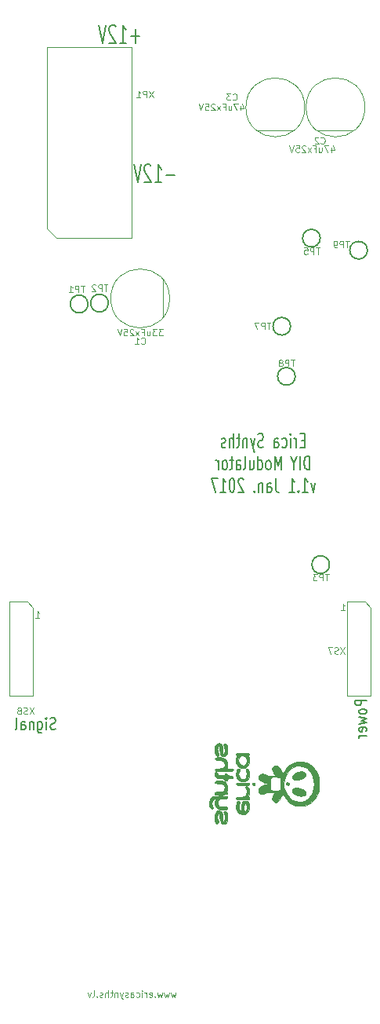
<source format=gbo>
G04 #@! TF.FileFunction,Legend,Bot*
%FSLAX46Y46*%
G04 Gerber Fmt 4.6, Leading zero omitted, Abs format (unit mm)*
G04 Created by KiCad (PCBNEW (2016-08-20 BZR 7083)-product) date Mon Jan  2 06:37:45 2017*
%MOMM*%
%LPD*%
G01*
G04 APERTURE LIST*
%ADD10C,0.100000*%
%ADD11C,0.200000*%
%ADD12C,0.150000*%
G04 APERTURE END LIST*
D10*
D11*
X4942857Y30414286D02*
X4800000Y30357143D01*
X4561904Y30357143D01*
X4466666Y30414286D01*
X4419047Y30471429D01*
X4371428Y30585715D01*
X4371428Y30700000D01*
X4419047Y30814286D01*
X4466666Y30871429D01*
X4561904Y30928572D01*
X4752380Y30985715D01*
X4847619Y31042858D01*
X4895238Y31100000D01*
X4942857Y31214286D01*
X4942857Y31328572D01*
X4895238Y31442858D01*
X4847619Y31500000D01*
X4752380Y31557143D01*
X4514285Y31557143D01*
X4371428Y31500000D01*
X3942857Y30357143D02*
X3942857Y31157143D01*
X3942857Y31557143D02*
X3990476Y31500000D01*
X3942857Y31442858D01*
X3895238Y31500000D01*
X3942857Y31557143D01*
X3942857Y31442858D01*
X3038095Y31157143D02*
X3038095Y30185715D01*
X3085714Y30071429D01*
X3133333Y30014286D01*
X3228571Y29957143D01*
X3371428Y29957143D01*
X3466666Y30014286D01*
X3038095Y30414286D02*
X3133333Y30357143D01*
X3323809Y30357143D01*
X3419047Y30414286D01*
X3466666Y30471429D01*
X3514285Y30585715D01*
X3514285Y30928572D01*
X3466666Y31042858D01*
X3419047Y31100000D01*
X3323809Y31157143D01*
X3133333Y31157143D01*
X3038095Y31100000D01*
X2561904Y31157143D02*
X2561904Y30357143D01*
X2561904Y31042858D02*
X2514285Y31100000D01*
X2419047Y31157143D01*
X2276190Y31157143D01*
X2180952Y31100000D01*
X2133333Y30985715D01*
X2133333Y30357143D01*
X1228571Y30357143D02*
X1228571Y30985715D01*
X1276190Y31100000D01*
X1371428Y31157143D01*
X1561904Y31157143D01*
X1657142Y31100000D01*
X1228571Y30414286D02*
X1323809Y30357143D01*
X1561904Y30357143D01*
X1657142Y30414286D01*
X1704761Y30528572D01*
X1704761Y30642858D01*
X1657142Y30757143D01*
X1561904Y30814286D01*
X1323809Y30814286D01*
X1228571Y30871429D01*
X609523Y30357143D02*
X704761Y30414286D01*
X752380Y30528572D01*
X752380Y31557143D01*
X38542857Y33476191D02*
X37342857Y33476191D01*
X37342857Y33095239D01*
X37400000Y33000000D01*
X37457142Y32952381D01*
X37571428Y32904762D01*
X37742857Y32904762D01*
X37857142Y32952381D01*
X37914285Y33000000D01*
X37971428Y33095239D01*
X37971428Y33476191D01*
X38542857Y32333334D02*
X38485714Y32428572D01*
X38428571Y32476191D01*
X38314285Y32523810D01*
X37971428Y32523810D01*
X37857142Y32476191D01*
X37800000Y32428572D01*
X37742857Y32333334D01*
X37742857Y32190477D01*
X37800000Y32095239D01*
X37857142Y32047620D01*
X37971428Y32000000D01*
X38314285Y32000000D01*
X38428571Y32047620D01*
X38485714Y32095239D01*
X38542857Y32190477D01*
X38542857Y32333334D01*
X37742857Y31666667D02*
X38542857Y31476191D01*
X37971428Y31285715D01*
X38542857Y31095239D01*
X37742857Y30904762D01*
X38485714Y30142858D02*
X38542857Y30238096D01*
X38542857Y30428572D01*
X38485714Y30523810D01*
X38371428Y30571429D01*
X37914285Y30571429D01*
X37800000Y30523810D01*
X37742857Y30428572D01*
X37742857Y30238096D01*
X37800000Y30142858D01*
X37914285Y30095239D01*
X38028571Y30095239D01*
X38142857Y30571429D01*
X38542857Y29666667D02*
X37742857Y29666667D01*
X37971428Y29666667D02*
X37857142Y29619048D01*
X37800000Y29571429D01*
X37742857Y29476191D01*
X37742857Y29380953D01*
D10*
X35800000Y43183334D02*
X36200000Y43183334D01*
X36000000Y43183334D02*
X36000000Y43883334D01*
X36066666Y43783334D01*
X36133333Y43716667D01*
X36200000Y43683334D01*
X2800000Y42383334D02*
X3200000Y42383334D01*
X3000000Y42383334D02*
X3000000Y43083334D01*
X3066666Y42983334D01*
X3133333Y42916667D01*
X3200000Y42883334D01*
X17950000Y1950000D02*
X17816666Y1483334D01*
X17683333Y1816667D01*
X17550000Y1483334D01*
X17416666Y1950000D01*
X17216666Y1950000D02*
X17083333Y1483334D01*
X16950000Y1816667D01*
X16816666Y1483334D01*
X16683333Y1950000D01*
X16483333Y1950000D02*
X16350000Y1483334D01*
X16216666Y1816667D01*
X16083333Y1483334D01*
X15950000Y1950000D01*
X15683333Y1550000D02*
X15650000Y1516667D01*
X15683333Y1483334D01*
X15716666Y1516667D01*
X15683333Y1550000D01*
X15683333Y1483334D01*
X15083333Y1516667D02*
X15150000Y1483334D01*
X15283333Y1483334D01*
X15350000Y1516667D01*
X15383333Y1583334D01*
X15383333Y1850000D01*
X15350000Y1916667D01*
X15283333Y1950000D01*
X15150000Y1950000D01*
X15083333Y1916667D01*
X15050000Y1850000D01*
X15050000Y1783334D01*
X15383333Y1716667D01*
X14750000Y1483334D02*
X14750000Y1950000D01*
X14750000Y1816667D02*
X14716666Y1883334D01*
X14683333Y1916667D01*
X14616666Y1950000D01*
X14550000Y1950000D01*
X14316666Y1483334D02*
X14316666Y1950000D01*
X14316666Y2183334D02*
X14350000Y2150000D01*
X14316666Y2116667D01*
X14283333Y2150000D01*
X14316666Y2183334D01*
X14316666Y2116667D01*
X13683333Y1516667D02*
X13750000Y1483334D01*
X13883333Y1483334D01*
X13950000Y1516667D01*
X13983333Y1550000D01*
X14016666Y1616667D01*
X14016666Y1816667D01*
X13983333Y1883334D01*
X13950000Y1916667D01*
X13883333Y1950000D01*
X13750000Y1950000D01*
X13683333Y1916667D01*
X13083333Y1483334D02*
X13083333Y1850000D01*
X13116666Y1916667D01*
X13183333Y1950000D01*
X13316666Y1950000D01*
X13383333Y1916667D01*
X13083333Y1516667D02*
X13150000Y1483334D01*
X13316666Y1483334D01*
X13383333Y1516667D01*
X13416666Y1583334D01*
X13416666Y1650000D01*
X13383333Y1716667D01*
X13316666Y1750000D01*
X13150000Y1750000D01*
X13083333Y1783334D01*
X12783333Y1516667D02*
X12716666Y1483334D01*
X12583333Y1483334D01*
X12516666Y1516667D01*
X12483333Y1583334D01*
X12483333Y1616667D01*
X12516666Y1683334D01*
X12583333Y1716667D01*
X12683333Y1716667D01*
X12750000Y1750000D01*
X12783333Y1816667D01*
X12783333Y1850000D01*
X12750000Y1916667D01*
X12683333Y1950000D01*
X12583333Y1950000D01*
X12516666Y1916667D01*
X12250000Y1950000D02*
X12083333Y1483334D01*
X11916666Y1950000D02*
X12083333Y1483334D01*
X12150000Y1316667D01*
X12183333Y1283334D01*
X12250000Y1250000D01*
X11650000Y1950000D02*
X11650000Y1483334D01*
X11650000Y1883334D02*
X11616666Y1916667D01*
X11550000Y1950000D01*
X11450000Y1950000D01*
X11383333Y1916667D01*
X11350000Y1850000D01*
X11350000Y1483334D01*
X11116666Y1950000D02*
X10850000Y1950000D01*
X11016666Y2183334D02*
X11016666Y1583334D01*
X10983333Y1516667D01*
X10916666Y1483334D01*
X10850000Y1483334D01*
X10616666Y1483334D02*
X10616666Y2183334D01*
X10316666Y1483334D02*
X10316666Y1850000D01*
X10350000Y1916667D01*
X10416666Y1950000D01*
X10516666Y1950000D01*
X10583333Y1916667D01*
X10616666Y1883334D01*
X10016666Y1516667D02*
X9950000Y1483334D01*
X9816666Y1483334D01*
X9750000Y1516667D01*
X9716666Y1583334D01*
X9716666Y1616667D01*
X9750000Y1683334D01*
X9816666Y1716667D01*
X9916666Y1716667D01*
X9983333Y1750000D01*
X10016666Y1816667D01*
X10016666Y1850000D01*
X9983333Y1916667D01*
X9916666Y1950000D01*
X9816666Y1950000D01*
X9750000Y1916667D01*
X9416666Y1550000D02*
X9383333Y1516667D01*
X9416666Y1483334D01*
X9450000Y1516667D01*
X9416666Y1550000D01*
X9416666Y1483334D01*
X8983333Y1483334D02*
X9050000Y1516667D01*
X9083333Y1583334D01*
X9083333Y2183334D01*
X8783333Y1950000D02*
X8616666Y1483334D01*
X8450000Y1950000D01*
D11*
X17814285Y90057143D02*
X16900000Y90057143D01*
X15700000Y89295239D02*
X16385714Y89295239D01*
X16042857Y89295239D02*
X16042857Y91295239D01*
X16157142Y91009524D01*
X16271428Y90819048D01*
X16385714Y90723810D01*
X15242857Y91104762D02*
X15185714Y91200000D01*
X15071428Y91295239D01*
X14785714Y91295239D01*
X14671428Y91200000D01*
X14614285Y91104762D01*
X14557142Y90914286D01*
X14557142Y90723810D01*
X14614285Y90438096D01*
X15300000Y89295239D01*
X14557142Y89295239D01*
X14214285Y91295239D02*
X13814285Y89295239D01*
X13414285Y91295239D01*
X14014285Y105057143D02*
X13100000Y105057143D01*
X13557142Y104295239D02*
X13557142Y105819048D01*
X11900000Y104295239D02*
X12585714Y104295239D01*
X12242857Y104295239D02*
X12242857Y106295239D01*
X12357142Y106009524D01*
X12471428Y105819048D01*
X12585714Y105723810D01*
X11442857Y106104762D02*
X11385714Y106200000D01*
X11271428Y106295239D01*
X10985714Y106295239D01*
X10871428Y106200000D01*
X10814285Y106104762D01*
X10757142Y105914286D01*
X10757142Y105723810D01*
X10814285Y105438096D01*
X11500000Y104295239D01*
X10757142Y104295239D01*
X10414285Y106295239D02*
X10014285Y104295239D01*
X9614285Y106295239D01*
D12*
X31876190Y61507143D02*
X31542857Y61507143D01*
X31400000Y60721429D02*
X31876190Y60721429D01*
X31876190Y62221429D01*
X31400000Y62221429D01*
X30971428Y60721429D02*
X30971428Y61721429D01*
X30971428Y61435715D02*
X30923809Y61578572D01*
X30876190Y61650000D01*
X30780952Y61721429D01*
X30685714Y61721429D01*
X30352380Y60721429D02*
X30352380Y61721429D01*
X30352380Y62221429D02*
X30400000Y62150000D01*
X30352380Y62078572D01*
X30304761Y62150000D01*
X30352380Y62221429D01*
X30352380Y62078572D01*
X29447619Y60792858D02*
X29542857Y60721429D01*
X29733333Y60721429D01*
X29828571Y60792858D01*
X29876190Y60864286D01*
X29923809Y61007143D01*
X29923809Y61435715D01*
X29876190Y61578572D01*
X29828571Y61650000D01*
X29733333Y61721429D01*
X29542857Y61721429D01*
X29447619Y61650000D01*
X28590476Y60721429D02*
X28590476Y61507143D01*
X28638095Y61650000D01*
X28733333Y61721429D01*
X28923809Y61721429D01*
X29019047Y61650000D01*
X28590476Y60792858D02*
X28685714Y60721429D01*
X28923809Y60721429D01*
X29019047Y60792858D01*
X29066666Y60935715D01*
X29066666Y61078572D01*
X29019047Y61221429D01*
X28923809Y61292858D01*
X28685714Y61292858D01*
X28590476Y61364286D01*
X27400000Y60792858D02*
X27257142Y60721429D01*
X27019047Y60721429D01*
X26923809Y60792858D01*
X26876190Y60864286D01*
X26828571Y61007143D01*
X26828571Y61150000D01*
X26876190Y61292858D01*
X26923809Y61364286D01*
X27019047Y61435715D01*
X27209523Y61507143D01*
X27304761Y61578572D01*
X27352380Y61650000D01*
X27400000Y61792858D01*
X27400000Y61935715D01*
X27352380Y62078572D01*
X27304761Y62150000D01*
X27209523Y62221429D01*
X26971428Y62221429D01*
X26828571Y62150000D01*
X26495238Y61721429D02*
X26257142Y60721429D01*
X26019047Y61721429D02*
X26257142Y60721429D01*
X26352380Y60364286D01*
X26400000Y60292858D01*
X26495238Y60221429D01*
X25638095Y61721429D02*
X25638095Y60721429D01*
X25638095Y61578572D02*
X25590476Y61650000D01*
X25495238Y61721429D01*
X25352380Y61721429D01*
X25257142Y61650000D01*
X25209523Y61507143D01*
X25209523Y60721429D01*
X24876190Y61721429D02*
X24495238Y61721429D01*
X24733333Y62221429D02*
X24733333Y60935715D01*
X24685714Y60792858D01*
X24590476Y60721429D01*
X24495238Y60721429D01*
X24161904Y60721429D02*
X24161904Y62221429D01*
X23733333Y60721429D02*
X23733333Y61507143D01*
X23780952Y61650000D01*
X23876190Y61721429D01*
X24019047Y61721429D01*
X24114285Y61650000D01*
X24161904Y61578572D01*
X23304761Y60792858D02*
X23209523Y60721429D01*
X23019047Y60721429D01*
X22923809Y60792858D01*
X22876190Y60935715D01*
X22876190Y61007143D01*
X22923809Y61150000D01*
X23019047Y61221429D01*
X23161904Y61221429D01*
X23257142Y61292858D01*
X23304761Y61435715D01*
X23304761Y61507143D01*
X23257142Y61650000D01*
X23161904Y61721429D01*
X23019047Y61721429D01*
X22923809Y61650000D01*
X32400000Y58321429D02*
X32400000Y59821429D01*
X32161904Y59821429D01*
X32019047Y59750000D01*
X31923809Y59607143D01*
X31876190Y59464286D01*
X31828571Y59178572D01*
X31828571Y58964286D01*
X31876190Y58678572D01*
X31923809Y58535715D01*
X32019047Y58392858D01*
X32161904Y58321429D01*
X32400000Y58321429D01*
X31400000Y58321429D02*
X31400000Y59821429D01*
X30733333Y59035715D02*
X30733333Y58321429D01*
X31066666Y59821429D02*
X30733333Y59035715D01*
X30400000Y59821429D01*
X29304761Y58321429D02*
X29304761Y59821429D01*
X28971428Y58750000D01*
X28638095Y59821429D01*
X28638095Y58321429D01*
X28019047Y58321429D02*
X28114285Y58392858D01*
X28161904Y58464286D01*
X28209523Y58607143D01*
X28209523Y59035715D01*
X28161904Y59178572D01*
X28114285Y59250000D01*
X28019047Y59321429D01*
X27876190Y59321429D01*
X27780952Y59250000D01*
X27733333Y59178572D01*
X27685714Y59035715D01*
X27685714Y58607143D01*
X27733333Y58464286D01*
X27780952Y58392858D01*
X27876190Y58321429D01*
X28019047Y58321429D01*
X26828571Y58321429D02*
X26828571Y59821429D01*
X26828571Y58392858D02*
X26923809Y58321429D01*
X27114285Y58321429D01*
X27209523Y58392858D01*
X27257142Y58464286D01*
X27304761Y58607143D01*
X27304761Y59035715D01*
X27257142Y59178572D01*
X27209523Y59250000D01*
X27114285Y59321429D01*
X26923809Y59321429D01*
X26828571Y59250000D01*
X25923809Y59321429D02*
X25923809Y58321429D01*
X26352380Y59321429D02*
X26352380Y58535715D01*
X26304761Y58392858D01*
X26209523Y58321429D01*
X26066666Y58321429D01*
X25971428Y58392858D01*
X25923809Y58464286D01*
X25304761Y58321429D02*
X25400000Y58392858D01*
X25447619Y58535715D01*
X25447619Y59821429D01*
X24495238Y58321429D02*
X24495238Y59107143D01*
X24542857Y59250000D01*
X24638095Y59321429D01*
X24828571Y59321429D01*
X24923809Y59250000D01*
X24495238Y58392858D02*
X24590476Y58321429D01*
X24828571Y58321429D01*
X24923809Y58392858D01*
X24971428Y58535715D01*
X24971428Y58678572D01*
X24923809Y58821429D01*
X24828571Y58892858D01*
X24590476Y58892858D01*
X24495238Y58964286D01*
X24161904Y59321429D02*
X23780952Y59321429D01*
X24019047Y59821429D02*
X24019047Y58535715D01*
X23971428Y58392858D01*
X23876190Y58321429D01*
X23780952Y58321429D01*
X23304761Y58321429D02*
X23400000Y58392858D01*
X23447619Y58464286D01*
X23495238Y58607143D01*
X23495238Y59035715D01*
X23447619Y59178572D01*
X23400000Y59250000D01*
X23304761Y59321429D01*
X23161904Y59321429D01*
X23066666Y59250000D01*
X23019047Y59178572D01*
X22971428Y59035715D01*
X22971428Y58607143D01*
X23019047Y58464286D01*
X23066666Y58392858D01*
X23161904Y58321429D01*
X23304761Y58321429D01*
X22542857Y58321429D02*
X22542857Y59321429D01*
X22542857Y59035715D02*
X22495238Y59178572D01*
X22447619Y59250000D01*
X22352380Y59321429D01*
X22257142Y59321429D01*
X33019047Y56921429D02*
X32780952Y55921429D01*
X32542857Y56921429D01*
X31638095Y55921429D02*
X32209523Y55921429D01*
X31923809Y55921429D02*
X31923809Y57421429D01*
X32019047Y57207143D01*
X32114285Y57064286D01*
X32209523Y56992858D01*
X31209523Y56064286D02*
X31161904Y55992858D01*
X31209523Y55921429D01*
X31257142Y55992858D01*
X31209523Y56064286D01*
X31209523Y55921429D01*
X30209523Y55921429D02*
X30780952Y55921429D01*
X30495238Y55921429D02*
X30495238Y57421429D01*
X30590476Y57207143D01*
X30685714Y57064286D01*
X30780952Y56992858D01*
X28733333Y57421429D02*
X28733333Y56350000D01*
X28780952Y56135715D01*
X28876190Y55992858D01*
X29019047Y55921429D01*
X29114285Y55921429D01*
X27828571Y55921429D02*
X27828571Y56707143D01*
X27876190Y56850000D01*
X27971428Y56921429D01*
X28161904Y56921429D01*
X28257142Y56850000D01*
X27828571Y55992858D02*
X27923809Y55921429D01*
X28161904Y55921429D01*
X28257142Y55992858D01*
X28304761Y56135715D01*
X28304761Y56278572D01*
X28257142Y56421429D01*
X28161904Y56492858D01*
X27923809Y56492858D01*
X27828571Y56564286D01*
X27352380Y56921429D02*
X27352380Y55921429D01*
X27352380Y56778572D02*
X27304761Y56850000D01*
X27209523Y56921429D01*
X27066666Y56921429D01*
X26971428Y56850000D01*
X26923809Y56707143D01*
X26923809Y55921429D01*
X26447619Y56064286D02*
X26400000Y55992858D01*
X26447619Y55921429D01*
X26495238Y55992858D01*
X26447619Y56064286D01*
X26447619Y55921429D01*
X25257142Y57278572D02*
X25209523Y57350000D01*
X25114285Y57421429D01*
X24876190Y57421429D01*
X24780952Y57350000D01*
X24733333Y57278572D01*
X24685714Y57135715D01*
X24685714Y56992858D01*
X24733333Y56778572D01*
X25304761Y55921429D01*
X24685714Y55921429D01*
X24066666Y57421429D02*
X23971428Y57421429D01*
X23876190Y57350000D01*
X23828571Y57278572D01*
X23780952Y57135715D01*
X23733333Y56850000D01*
X23733333Y56492858D01*
X23780952Y56207143D01*
X23828571Y56064286D01*
X23876190Y55992858D01*
X23971428Y55921429D01*
X24066666Y55921429D01*
X24161904Y55992858D01*
X24209523Y56064286D01*
X24257142Y56207143D01*
X24304761Y56492858D01*
X24304761Y56850000D01*
X24257142Y57135715D01*
X24209523Y57278572D01*
X24161904Y57350000D01*
X24066666Y57421429D01*
X22780952Y55921429D02*
X23352380Y55921429D01*
X23066666Y55921429D02*
X23066666Y57421429D01*
X23161904Y57207143D01*
X23257142Y57064286D01*
X23352380Y56992858D01*
X22447619Y57421429D02*
X21780952Y57421429D01*
X22209523Y55921429D01*
D10*
G36*
X22873353Y23167218D02*
X22703799Y23165400D01*
X22400886Y23156789D01*
X22180944Y23141861D01*
X22025429Y23118401D01*
X21915795Y23084192D01*
X21880751Y23067067D01*
X21719142Y22925096D01*
X21602781Y22716068D01*
X21540846Y22467910D01*
X21542517Y22208549D01*
X21564144Y22103906D01*
X21637983Y21927716D01*
X21737637Y21813744D01*
X21846498Y21778721D01*
X21879254Y21786410D01*
X21943717Y21832030D01*
X21956413Y21913507D01*
X21917482Y22051822D01*
X21881633Y22141853D01*
X21831146Y22302882D01*
X21836654Y22446384D01*
X21856466Y22523031D01*
X21925683Y22692123D01*
X22024488Y22791903D01*
X22151671Y22845688D01*
X22225415Y22861524D01*
X22241343Y22828718D01*
X22210023Y22724397D01*
X22209030Y22721547D01*
X22170459Y22509759D01*
X22182511Y22278460D01*
X22239427Y22067454D01*
X22323803Y21928277D01*
X22439707Y21817583D01*
X22555741Y21747431D01*
X22703226Y21705673D01*
X22913484Y21680163D01*
X22976596Y21675122D01*
X23247405Y21671375D01*
X23431332Y21706856D01*
X23525303Y21780700D01*
X23537600Y21833000D01*
X23492567Y21921884D01*
X23355903Y21979912D01*
X23125264Y22007845D01*
X22990014Y22010800D01*
X22784762Y22017267D01*
X22654443Y22040379D01*
X22572992Y22085700D01*
X22554874Y22103700D01*
X22489000Y22240915D01*
X22472327Y22422839D01*
X22503978Y22605781D01*
X22567424Y22728469D01*
X22628921Y22789434D01*
X22709807Y22827773D01*
X22835897Y22850457D01*
X23033011Y22864458D01*
X23079148Y22866645D01*
X23301418Y22881832D01*
X23439166Y22905316D01*
X23509364Y22940790D01*
X23524178Y22963494D01*
X23532381Y23043504D01*
X23480530Y23101634D01*
X23359494Y23140132D01*
X23160145Y23161244D01*
X22873353Y23167218D01*
X22873353Y23167218D01*
X22873353Y23167218D01*
G37*
X22873353Y23167218D02*
X22703799Y23165400D01*
X22400886Y23156789D01*
X22180944Y23141861D01*
X22025429Y23118401D01*
X21915795Y23084192D01*
X21880751Y23067067D01*
X21719142Y22925096D01*
X21602781Y22716068D01*
X21540846Y22467910D01*
X21542517Y22208549D01*
X21564144Y22103906D01*
X21637983Y21927716D01*
X21737637Y21813744D01*
X21846498Y21778721D01*
X21879254Y21786410D01*
X21943717Y21832030D01*
X21956413Y21913507D01*
X21917482Y22051822D01*
X21881633Y22141853D01*
X21831146Y22302882D01*
X21836654Y22446384D01*
X21856466Y22523031D01*
X21925683Y22692123D01*
X22024488Y22791903D01*
X22151671Y22845688D01*
X22225415Y22861524D01*
X22241343Y22828718D01*
X22210023Y22724397D01*
X22209030Y22721547D01*
X22170459Y22509759D01*
X22182511Y22278460D01*
X22239427Y22067454D01*
X22323803Y21928277D01*
X22439707Y21817583D01*
X22555741Y21747431D01*
X22703226Y21705673D01*
X22913484Y21680163D01*
X22976596Y21675122D01*
X23247405Y21671375D01*
X23431332Y21706856D01*
X23525303Y21780700D01*
X23537600Y21833000D01*
X23492567Y21921884D01*
X23355903Y21979912D01*
X23125264Y22007845D01*
X22990014Y22010800D01*
X22784762Y22017267D01*
X22654443Y22040379D01*
X22572992Y22085700D01*
X22554874Y22103700D01*
X22489000Y22240915D01*
X22472327Y22422839D01*
X22503978Y22605781D01*
X22567424Y22728469D01*
X22628921Y22789434D01*
X22709807Y22827773D01*
X22835897Y22850457D01*
X23033011Y22864458D01*
X23079148Y22866645D01*
X23301418Y22881832D01*
X23439166Y22905316D01*
X23509364Y22940790D01*
X23524178Y22963494D01*
X23532381Y23043504D01*
X23480530Y23101634D01*
X23359494Y23140132D01*
X23160145Y23161244D01*
X22873353Y23167218D01*
X22873353Y23167218D01*
G36*
X22621686Y21603460D02*
X22444341Y21562360D01*
X22295084Y21441543D01*
X22192140Y21248250D01*
X22140515Y21002828D01*
X22145211Y20725625D01*
X22186904Y20515519D01*
X22262646Y20314120D01*
X22351306Y20194862D01*
X22445506Y20164715D01*
X22515599Y20205026D01*
X22563248Y20287277D01*
X22538054Y20394666D01*
X22534715Y20402103D01*
X22475597Y20581940D01*
X22445455Y20780399D01*
X22443133Y20973081D01*
X22467474Y21135589D01*
X22517321Y21243525D01*
X22576055Y21274200D01*
X22615732Y21247329D01*
X22644497Y21156795D01*
X22665903Y20987715D01*
X22675790Y20856429D01*
X22715048Y20547443D01*
X22788529Y20329111D01*
X22899364Y20195357D01*
X23044812Y20140768D01*
X23232632Y20162398D01*
X23379863Y20271398D01*
X23481024Y20459796D01*
X23530635Y20719620D01*
X23534733Y20853468D01*
X23514999Y21092294D01*
X23466483Y21294058D01*
X23397112Y21445458D01*
X23314808Y21533188D01*
X23227497Y21543946D01*
X23157856Y21486177D01*
X23117173Y21406197D01*
X23126552Y21312814D01*
X23160832Y21221108D01*
X23211308Y21043173D01*
X23231747Y20845643D01*
X23222516Y20661803D01*
X23183980Y20524937D01*
X23152729Y20483586D01*
X23075900Y20450175D01*
X23022798Y20501554D01*
X22991415Y20642651D01*
X22979741Y20878392D01*
X22979578Y20908422D01*
X22954358Y21200948D01*
X22883240Y21418039D01*
X22770818Y21554080D01*
X22621686Y21603460D01*
X22621686Y21603460D01*
X22621686Y21603460D01*
G37*
X22621686Y21603460D02*
X22444341Y21562360D01*
X22295084Y21441543D01*
X22192140Y21248250D01*
X22140515Y21002828D01*
X22145211Y20725625D01*
X22186904Y20515519D01*
X22262646Y20314120D01*
X22351306Y20194862D01*
X22445506Y20164715D01*
X22515599Y20205026D01*
X22563248Y20287277D01*
X22538054Y20394666D01*
X22534715Y20402103D01*
X22475597Y20581940D01*
X22445455Y20780399D01*
X22443133Y20973081D01*
X22467474Y21135589D01*
X22517321Y21243525D01*
X22576055Y21274200D01*
X22615732Y21247329D01*
X22644497Y21156795D01*
X22665903Y20987715D01*
X22675790Y20856429D01*
X22715048Y20547443D01*
X22788529Y20329111D01*
X22899364Y20195357D01*
X23044812Y20140768D01*
X23232632Y20162398D01*
X23379863Y20271398D01*
X23481024Y20459796D01*
X23530635Y20719620D01*
X23534733Y20853468D01*
X23514999Y21092294D01*
X23466483Y21294058D01*
X23397112Y21445458D01*
X23314808Y21533188D01*
X23227497Y21543946D01*
X23157856Y21486177D01*
X23117173Y21406197D01*
X23126552Y21312814D01*
X23160832Y21221108D01*
X23211308Y21043173D01*
X23231747Y20845643D01*
X23222516Y20661803D01*
X23183980Y20524937D01*
X23152729Y20483586D01*
X23075900Y20450175D01*
X23022798Y20501554D01*
X22991415Y20642651D01*
X22979741Y20878392D01*
X22979578Y20908422D01*
X22954358Y21200948D01*
X22883240Y21418039D01*
X22770818Y21554080D01*
X22621686Y21603460D01*
X22621686Y21603460D01*
G36*
X22621686Y28867860D02*
X22444341Y28826760D01*
X22294735Y28705572D01*
X22191782Y28510785D01*
X22141083Y28261737D01*
X22148237Y27977766D01*
X22166639Y27867864D01*
X22229851Y27637520D01*
X22307461Y27500136D01*
X22404468Y27447508D01*
X22423382Y27446400D01*
X22517222Y27473176D01*
X22552602Y27560249D01*
X22531363Y27717734D01*
X22495192Y27841160D01*
X22453482Y28029845D01*
X22443979Y28219463D01*
X22463795Y28384456D01*
X22510042Y28499265D01*
X22574007Y28538600D01*
X22614561Y28513828D01*
X22643481Y28428893D01*
X22664699Y28267869D01*
X22675384Y28127854D01*
X22710924Y27828933D01*
X22775863Y27617646D01*
X22875442Y27482944D01*
X23014023Y27413995D01*
X23190626Y27417354D01*
X23346693Y27507179D01*
X23458300Y27668393D01*
X23471233Y27702114D01*
X23520100Y27910787D01*
X23533485Y28129660D01*
X23516269Y28342506D01*
X23473335Y28533098D01*
X23409563Y28685210D01*
X23329837Y28782614D01*
X23239037Y28809084D01*
X23152983Y28759954D01*
X23102304Y28695020D01*
X23104372Y28625634D01*
X23152030Y28522038D01*
X23207418Y28353032D01*
X23229884Y28150025D01*
X23219134Y27952779D01*
X23174875Y27801057D01*
X23157566Y27773609D01*
X23084056Y27714830D01*
X23029525Y27754524D01*
X22994623Y27891234D01*
X22980001Y28123500D01*
X22979578Y28172822D01*
X22954358Y28465348D01*
X22883240Y28682439D01*
X22770818Y28818480D01*
X22621686Y28867860D01*
X22621686Y28867860D01*
X22621686Y28867860D01*
G37*
X22621686Y28867860D02*
X22444341Y28826760D01*
X22294735Y28705572D01*
X22191782Y28510785D01*
X22141083Y28261737D01*
X22148237Y27977766D01*
X22166639Y27867864D01*
X22229851Y27637520D01*
X22307461Y27500136D01*
X22404468Y27447508D01*
X22423382Y27446400D01*
X22517222Y27473176D01*
X22552602Y27560249D01*
X22531363Y27717734D01*
X22495192Y27841160D01*
X22453482Y28029845D01*
X22443979Y28219463D01*
X22463795Y28384456D01*
X22510042Y28499265D01*
X22574007Y28538600D01*
X22614561Y28513828D01*
X22643481Y28428893D01*
X22664699Y28267869D01*
X22675384Y28127854D01*
X22710924Y27828933D01*
X22775863Y27617646D01*
X22875442Y27482944D01*
X23014023Y27413995D01*
X23190626Y27417354D01*
X23346693Y27507179D01*
X23458300Y27668393D01*
X23471233Y27702114D01*
X23520100Y27910787D01*
X23533485Y28129660D01*
X23516269Y28342506D01*
X23473335Y28533098D01*
X23409563Y28685210D01*
X23329837Y28782614D01*
X23239037Y28809084D01*
X23152983Y28759954D01*
X23102304Y28695020D01*
X23104372Y28625634D01*
X23152030Y28522038D01*
X23207418Y28353032D01*
X23229884Y28150025D01*
X23219134Y27952779D01*
X23174875Y27801057D01*
X23157566Y27773609D01*
X23084056Y27714830D01*
X23029525Y27754524D01*
X22994623Y27891234D01*
X22980001Y28123500D01*
X22979578Y28172822D01*
X22954358Y28465348D01*
X22883240Y28682439D01*
X22770818Y28818480D01*
X22621686Y28867860D01*
X22621686Y28867860D01*
G36*
X22482829Y24803259D02*
X22300841Y24784798D01*
X22200598Y24734348D01*
X22174102Y24649781D01*
X22175403Y24637904D01*
X22191586Y24582243D01*
X22234773Y24546265D01*
X22325801Y24523356D01*
X22485511Y24506899D01*
X22616794Y24497770D01*
X22883589Y24467616D01*
X23064242Y24411093D01*
X23172947Y24317808D01*
X23223897Y24177370D01*
X23232800Y24046751D01*
X23207450Y23860048D01*
X23123669Y23735240D01*
X22969859Y23663777D01*
X22734426Y23637110D01*
X22676176Y23636400D01*
X22440709Y23631260D01*
X22289331Y23611728D01*
X22204864Y23571633D01*
X22170131Y23504807D01*
X22166000Y23453164D01*
X22166000Y23331600D01*
X22827995Y23331600D01*
X23107121Y23333540D01*
X23300277Y23340514D01*
X23423037Y23354254D01*
X23490976Y23376490D01*
X23519478Y23408446D01*
X23515543Y23509539D01*
X23488959Y23557599D01*
X23455478Y23651712D01*
X23483275Y23731413D01*
X23530462Y23901416D01*
X23531260Y24113651D01*
X23488658Y24321551D01*
X23438236Y24433739D01*
X23301124Y24605592D01*
X23126064Y24715796D01*
X22889069Y24776915D01*
X22754559Y24791854D01*
X22482829Y24803259D01*
X22482829Y24803259D01*
X22482829Y24803259D01*
G37*
X22482829Y24803259D02*
X22300841Y24784798D01*
X22200598Y24734348D01*
X22174102Y24649781D01*
X22175403Y24637904D01*
X22191586Y24582243D01*
X22234773Y24546265D01*
X22325801Y24523356D01*
X22485511Y24506899D01*
X22616794Y24497770D01*
X22883589Y24467616D01*
X23064242Y24411093D01*
X23172947Y24317808D01*
X23223897Y24177370D01*
X23232800Y24046751D01*
X23207450Y23860048D01*
X23123669Y23735240D01*
X22969859Y23663777D01*
X22734426Y23637110D01*
X22676176Y23636400D01*
X22440709Y23631260D01*
X22289331Y23611728D01*
X22204864Y23571633D01*
X22170131Y23504807D01*
X22166000Y23453164D01*
X22166000Y23331600D01*
X22827995Y23331600D01*
X23107121Y23333540D01*
X23300277Y23340514D01*
X23423037Y23354254D01*
X23490976Y23376490D01*
X23519478Y23408446D01*
X23515543Y23509539D01*
X23488959Y23557599D01*
X23455478Y23651712D01*
X23483275Y23731413D01*
X23530462Y23901416D01*
X23531260Y24113651D01*
X23488658Y24321551D01*
X23438236Y24433739D01*
X23301124Y24605592D01*
X23126064Y24715796D01*
X22889069Y24776915D01*
X22754559Y24791854D01*
X22482829Y24803259D01*
X22482829Y24803259D01*
G36*
X22343561Y25744012D02*
X22248639Y25740041D01*
X22187297Y25668047D01*
X22165348Y25537902D01*
X22181853Y25384705D01*
X22235874Y25243556D01*
X22262960Y25204127D01*
X22324791Y25143025D01*
X22407014Y25103675D01*
X22535044Y25078986D01*
X22734296Y25061864D01*
X22783660Y25058800D01*
X22994122Y25043135D01*
X23120868Y25023981D01*
X23181779Y24996655D01*
X23194731Y24956471D01*
X23194030Y24951276D01*
X23219834Y24847784D01*
X23306483Y24782418D01*
X23401191Y24782818D01*
X23472212Y24853235D01*
X23496530Y24923395D01*
X23518513Y24986496D01*
X23578196Y25024418D01*
X23699999Y25047491D01*
X23816554Y25058800D01*
X23993331Y25079630D01*
X24091440Y25110504D01*
X24133802Y25160014D01*
X24139052Y25179712D01*
X24128072Y25273854D01*
X24044823Y25331995D01*
X23878718Y25359210D01*
X23757034Y25362822D01*
X23600704Y25368284D01*
X23518915Y25390855D01*
X23484790Y25441604D01*
X23477634Y25477900D01*
X23429873Y25575273D01*
X23346874Y25613501D01*
X23265559Y25588447D01*
X23224029Y25506318D01*
X23207882Y25444810D01*
X23165873Y25409636D01*
X23074865Y25393501D01*
X22911720Y25389116D01*
X22851800Y25389000D01*
X22665770Y25390860D01*
X22558169Y25402098D01*
X22505831Y25431198D01*
X22485589Y25486643D01*
X22480485Y25524982D01*
X22433158Y25669441D01*
X22343561Y25744012D01*
X22343561Y25744012D01*
X22343561Y25744012D01*
G37*
X22343561Y25744012D02*
X22248639Y25740041D01*
X22187297Y25668047D01*
X22165348Y25537902D01*
X22181853Y25384705D01*
X22235874Y25243556D01*
X22262960Y25204127D01*
X22324791Y25143025D01*
X22407014Y25103675D01*
X22535044Y25078986D01*
X22734296Y25061864D01*
X22783660Y25058800D01*
X22994122Y25043135D01*
X23120868Y25023981D01*
X23181779Y24996655D01*
X23194731Y24956471D01*
X23194030Y24951276D01*
X23219834Y24847784D01*
X23306483Y24782418D01*
X23401191Y24782818D01*
X23472212Y24853235D01*
X23496530Y24923395D01*
X23518513Y24986496D01*
X23578196Y25024418D01*
X23699999Y25047491D01*
X23816554Y25058800D01*
X23993331Y25079630D01*
X24091440Y25110504D01*
X24133802Y25160014D01*
X24139052Y25179712D01*
X24128072Y25273854D01*
X24044823Y25331995D01*
X23878718Y25359210D01*
X23757034Y25362822D01*
X23600704Y25368284D01*
X23518915Y25390855D01*
X23484790Y25441604D01*
X23477634Y25477900D01*
X23429873Y25575273D01*
X23346874Y25613501D01*
X23265559Y25588447D01*
X23224029Y25506318D01*
X23207882Y25444810D01*
X23165873Y25409636D01*
X23074865Y25393501D01*
X22911720Y25389116D01*
X22851800Y25389000D01*
X22665770Y25390860D01*
X22558169Y25402098D01*
X22505831Y25431198D01*
X22485589Y25486643D01*
X22480485Y25524982D01*
X22433158Y25669441D01*
X22343561Y25744012D01*
X22343561Y25744012D01*
G36*
X22463459Y27323494D02*
X22286294Y27293866D01*
X22190098Y27229060D01*
X22166000Y27145737D01*
X22192366Y27073334D01*
X22280015Y27025680D01*
X22441779Y26999115D01*
X22690487Y26989976D01*
X22712100Y26989893D01*
X22955294Y26969736D01*
X23115272Y26904469D01*
X23203815Y26785008D01*
X23232706Y26602270D01*
X23232800Y26588427D01*
X23214480Y26405575D01*
X23149877Y26278431D01*
X23024530Y26196181D01*
X22823976Y26148012D01*
X22616794Y26127829D01*
X22407570Y26111880D01*
X22279180Y26093118D01*
X22210920Y26065179D01*
X22182086Y26021699D01*
X22176015Y25992365D01*
X22197937Y25888932D01*
X22243669Y25852665D01*
X22320870Y25841863D01*
X22480442Y25832628D01*
X22703160Y25825637D01*
X22969798Y25821563D01*
X23151046Y25820800D01*
X23510880Y25824253D01*
X23779356Y25836125D01*
X23966529Y25858685D01*
X24082453Y25894202D01*
X24137185Y25944944D01*
X24140779Y26013181D01*
X24131649Y26042053D01*
X24091153Y26089090D01*
X24000554Y26115100D01*
X23838040Y26125017D01*
X23762360Y26125600D01*
X23583521Y26128264D01*
X23487075Y26140075D01*
X23453874Y26166756D01*
X23464767Y26214032D01*
X23464976Y26214500D01*
X23515911Y26413995D01*
X23520971Y26646909D01*
X23481168Y26861598D01*
X23450858Y26934788D01*
X23335816Y27108734D01*
X23192579Y27222561D01*
X22997421Y27288956D01*
X22729612Y27320430D01*
X22463459Y27323494D01*
X22463459Y27323494D01*
X22463459Y27323494D01*
G37*
X22463459Y27323494D02*
X22286294Y27293866D01*
X22190098Y27229060D01*
X22166000Y27145737D01*
X22192366Y27073334D01*
X22280015Y27025680D01*
X22441779Y26999115D01*
X22690487Y26989976D01*
X22712100Y26989893D01*
X22955294Y26969736D01*
X23115272Y26904469D01*
X23203815Y26785008D01*
X23232706Y26602270D01*
X23232800Y26588427D01*
X23214480Y26405575D01*
X23149877Y26278431D01*
X23024530Y26196181D01*
X22823976Y26148012D01*
X22616794Y26127829D01*
X22407570Y26111880D01*
X22279180Y26093118D01*
X22210920Y26065179D01*
X22182086Y26021699D01*
X22176015Y25992365D01*
X22197937Y25888932D01*
X22243669Y25852665D01*
X22320870Y25841863D01*
X22480442Y25832628D01*
X22703160Y25825637D01*
X22969798Y25821563D01*
X23151046Y25820800D01*
X23510880Y25824253D01*
X23779356Y25836125D01*
X23966529Y25858685D01*
X24082453Y25894202D01*
X24137185Y25944944D01*
X24140779Y26013181D01*
X24131649Y26042053D01*
X24091153Y26089090D01*
X24000554Y26115100D01*
X23838040Y26125017D01*
X23762360Y26125600D01*
X23583521Y26128264D01*
X23487075Y26140075D01*
X23453874Y26166756D01*
X23464767Y26214032D01*
X23464976Y26214500D01*
X23515911Y26413995D01*
X23520971Y26646909D01*
X23481168Y26861598D01*
X23450858Y26934788D01*
X23335816Y27108734D01*
X23192579Y27222561D01*
X22997421Y27288956D01*
X22729612Y27320430D01*
X22463459Y27323494D01*
X22463459Y27323494D01*
G36*
X25520121Y22649639D02*
X25370767Y22646759D01*
X25222795Y22585647D01*
X25120890Y22469472D01*
X25079969Y22348277D01*
X25392447Y22348277D01*
X25493005Y22345498D01*
X25568017Y22266786D01*
X25613455Y22135504D01*
X25625292Y21975014D01*
X25599501Y21808678D01*
X25532056Y21659860D01*
X25515113Y21636650D01*
X25430422Y21545229D01*
X25366207Y21503116D01*
X25362713Y21502800D01*
X25340874Y21549585D01*
X25324411Y21673950D01*
X25316093Y21851908D01*
X25315600Y21910794D01*
X25320074Y22126896D01*
X25335672Y22260289D01*
X25365659Y22329558D01*
X25392447Y22348277D01*
X25079969Y22348277D01*
X25058558Y22284865D01*
X25029303Y22018459D01*
X25026411Y21938117D01*
X25013083Y21702375D01*
X24985862Y21563350D01*
X24942248Y21516799D01*
X24879742Y21558479D01*
X24836977Y21616601D01*
X24734621Y21858734D01*
X24731933Y22120422D01*
X24779403Y22289944D01*
X24832506Y22465957D01*
X24825031Y22570558D01*
X24754051Y22615993D01*
X24700410Y22620400D01*
X24605726Y22574135D01*
X24531024Y22450802D01*
X24479836Y22273592D01*
X24455696Y22065696D01*
X24462134Y21850304D01*
X24502684Y21650609D01*
X24538864Y21559771D01*
X24681435Y21373619D01*
X24877481Y21253882D01*
X25103569Y21200818D01*
X25336267Y21214682D01*
X25552141Y21295732D01*
X25727759Y21444224D01*
X25794281Y21546020D01*
X25880675Y21783573D01*
X25905372Y22022709D01*
X25875020Y22246156D01*
X25796264Y22436641D01*
X25675749Y22576893D01*
X25520121Y22649639D01*
X25520121Y22649639D01*
X25520121Y22649639D01*
G37*
X25520121Y22649639D02*
X25370767Y22646759D01*
X25222795Y22585647D01*
X25120890Y22469472D01*
X25079969Y22348277D01*
X25392447Y22348277D01*
X25493005Y22345498D01*
X25568017Y22266786D01*
X25613455Y22135504D01*
X25625292Y21975014D01*
X25599501Y21808678D01*
X25532056Y21659860D01*
X25515113Y21636650D01*
X25430422Y21545229D01*
X25366207Y21503116D01*
X25362713Y21502800D01*
X25340874Y21549585D01*
X25324411Y21673950D01*
X25316093Y21851908D01*
X25315600Y21910794D01*
X25320074Y22126896D01*
X25335672Y22260289D01*
X25365659Y22329558D01*
X25392447Y22348277D01*
X25079969Y22348277D01*
X25058558Y22284865D01*
X25029303Y22018459D01*
X25026411Y21938117D01*
X25013083Y21702375D01*
X24985862Y21563350D01*
X24942248Y21516799D01*
X24879742Y21558479D01*
X24836977Y21616601D01*
X24734621Y21858734D01*
X24731933Y22120422D01*
X24779403Y22289944D01*
X24832506Y22465957D01*
X24825031Y22570558D01*
X24754051Y22615993D01*
X24700410Y22620400D01*
X24605726Y22574135D01*
X24531024Y22450802D01*
X24479836Y22273592D01*
X24455696Y22065696D01*
X24462134Y21850304D01*
X24502684Y21650609D01*
X24538864Y21559771D01*
X24681435Y21373619D01*
X24877481Y21253882D01*
X25103569Y21200818D01*
X25336267Y21214682D01*
X25552141Y21295732D01*
X25727759Y21444224D01*
X25794281Y21546020D01*
X25880675Y21783573D01*
X25905372Y22022709D01*
X25875020Y22246156D01*
X25796264Y22436641D01*
X25675749Y22576893D01*
X25520121Y22649639D01*
X25520121Y22649639D01*
G36*
X25634090Y24235365D02*
X25574541Y24219009D01*
X25538049Y24185419D01*
X25489333Y24121421D01*
X25493125Y24050725D01*
X25539630Y23950038D01*
X25601601Y23758211D01*
X25611565Y23548950D01*
X25574693Y23351213D01*
X25496154Y23193962D01*
X25389525Y23109156D01*
X25296590Y23092165D01*
X25139898Y23080434D01*
X24993946Y23076906D01*
X24806253Y23071634D01*
X24645216Y23058718D01*
X24566300Y23045581D01*
X24477337Y22981934D01*
X24450528Y22882829D01*
X24485867Y22806666D01*
X24546633Y22794103D01*
X24689016Y22783649D01*
X24893040Y22776263D01*
X25138728Y22772904D01*
X25191632Y22772800D01*
X25468090Y22774232D01*
X25659488Y22779896D01*
X25782342Y22791842D01*
X25853167Y22812119D01*
X25888481Y22842777D01*
X25897130Y22860359D01*
X25889033Y22963427D01*
X25847750Y23008596D01*
X25792734Y23085919D01*
X25813686Y23162336D01*
X25884266Y23374542D01*
X25903054Y23617805D01*
X25873345Y23859003D01*
X25798434Y24065016D01*
X25712623Y24178286D01*
X25634090Y24235365D01*
X25634090Y24235365D01*
X25634090Y24235365D01*
G37*
X25634090Y24235365D02*
X25574541Y24219009D01*
X25538049Y24185419D01*
X25489333Y24121421D01*
X25493125Y24050725D01*
X25539630Y23950038D01*
X25601601Y23758211D01*
X25611565Y23548950D01*
X25574693Y23351213D01*
X25496154Y23193962D01*
X25389525Y23109156D01*
X25296590Y23092165D01*
X25139898Y23080434D01*
X24993946Y23076906D01*
X24806253Y23071634D01*
X24645216Y23058718D01*
X24566300Y23045581D01*
X24477337Y22981934D01*
X24450528Y22882829D01*
X24485867Y22806666D01*
X24546633Y22794103D01*
X24689016Y22783649D01*
X24893040Y22776263D01*
X25138728Y22772904D01*
X25191632Y22772800D01*
X25468090Y22774232D01*
X25659488Y22779896D01*
X25782342Y22791842D01*
X25853167Y22812119D01*
X25888481Y22842777D01*
X25897130Y22860359D01*
X25889033Y22963427D01*
X25847750Y23008596D01*
X25792734Y23085919D01*
X25813686Y23162336D01*
X25884266Y23374542D01*
X25903054Y23617805D01*
X25873345Y23859003D01*
X25798434Y24065016D01*
X25712623Y24178286D01*
X25634090Y24235365D01*
X25634090Y24235365D01*
G36*
X25589917Y24594819D02*
X25369225Y24593850D01*
X25169930Y24590294D01*
X24892636Y24583855D01*
X24700726Y24575924D01*
X24577992Y24563714D01*
X24508228Y24544435D01*
X24475225Y24515301D01*
X24462776Y24473522D01*
X24462035Y24468521D01*
X24482538Y24372529D01*
X24563635Y24329515D01*
X24662255Y24316328D01*
X24835003Y24305735D01*
X25054418Y24299081D01*
X25216991Y24297493D01*
X25518682Y24304382D01*
X25728400Y24327813D01*
X25854834Y24370573D01*
X25906677Y24435450D01*
X25896595Y24515434D01*
X25873509Y24551151D01*
X25825644Y24575160D01*
X25736584Y24589152D01*
X25589917Y24594819D01*
X25589917Y24594819D01*
X25589917Y24594819D01*
G37*
X25589917Y24594819D02*
X25369225Y24593850D01*
X25169930Y24590294D01*
X24892636Y24583855D01*
X24700726Y24575924D01*
X24577992Y24563714D01*
X24508228Y24544435D01*
X24475225Y24515301D01*
X24462776Y24473522D01*
X24462035Y24468521D01*
X24482538Y24372529D01*
X24563635Y24329515D01*
X24662255Y24316328D01*
X24835003Y24305735D01*
X25054418Y24299081D01*
X25216991Y24297493D01*
X25518682Y24304382D01*
X25728400Y24327813D01*
X25854834Y24370573D01*
X25906677Y24435450D01*
X25896595Y24515434D01*
X25873509Y24551151D01*
X25825644Y24575160D01*
X25736584Y24589152D01*
X25589917Y24594819D01*
X25589917Y24594819D01*
G36*
X24700410Y26125600D02*
X24605315Y26079466D01*
X24530166Y25957067D01*
X24478512Y25782405D01*
X24453897Y25579482D01*
X24459870Y25372301D01*
X24499978Y25184863D01*
X24546517Y25084200D01*
X24692469Y24890076D01*
X24853491Y24776431D01*
X25060870Y24723445D01*
X25125888Y24717186D01*
X25401065Y24738243D01*
X25620844Y24842107D01*
X25779760Y25023104D01*
X25872349Y25275558D01*
X25895008Y25516000D01*
X25874044Y25755666D01*
X25815801Y25949473D01*
X25728391Y26077301D01*
X25652718Y26117042D01*
X25538118Y26109895D01*
X25495897Y26035841D01*
X25529327Y25902453D01*
X25545532Y25869024D01*
X25599999Y25689142D01*
X25609569Y25477629D01*
X25576939Y25275273D01*
X25504799Y25122861D01*
X25495541Y25111964D01*
X25335789Y24999813D01*
X25156685Y24972830D01*
X24982314Y25024333D01*
X24836762Y25147644D01*
X24748933Y25319025D01*
X24715590Y25465953D01*
X24721186Y25595413D01*
X24768659Y25759425D01*
X24774804Y25776863D01*
X24828234Y25958905D01*
X24827636Y26067632D01*
X24769895Y26117650D01*
X24700410Y26125600D01*
X24700410Y26125600D01*
X24700410Y26125600D01*
G37*
X24700410Y26125600D02*
X24605315Y26079466D01*
X24530166Y25957067D01*
X24478512Y25782405D01*
X24453897Y25579482D01*
X24459870Y25372301D01*
X24499978Y25184863D01*
X24546517Y25084200D01*
X24692469Y24890076D01*
X24853491Y24776431D01*
X25060870Y24723445D01*
X25125888Y24717186D01*
X25401065Y24738243D01*
X25620844Y24842107D01*
X25779760Y25023104D01*
X25872349Y25275558D01*
X25895008Y25516000D01*
X25874044Y25755666D01*
X25815801Y25949473D01*
X25728391Y26077301D01*
X25652718Y26117042D01*
X25538118Y26109895D01*
X25495897Y26035841D01*
X25529327Y25902453D01*
X25545532Y25869024D01*
X25599999Y25689142D01*
X25609569Y25477629D01*
X25576939Y25275273D01*
X25504799Y25122861D01*
X25495541Y25111964D01*
X25335789Y24999813D01*
X25156685Y24972830D01*
X24982314Y25024333D01*
X24836762Y25147644D01*
X24748933Y25319025D01*
X24715590Y25465953D01*
X24721186Y25595413D01*
X24768659Y25759425D01*
X24774804Y25776863D01*
X24828234Y25958905D01*
X24827636Y26067632D01*
X24769895Y26117650D01*
X24700410Y26125600D01*
X24700410Y26125600D01*
G36*
X25270202Y27809824D02*
X25035073Y27808400D01*
X24814329Y27798220D01*
X24631090Y27779318D01*
X24508474Y27751729D01*
X24470123Y27725153D01*
X24474666Y27625353D01*
X24504586Y27571248D01*
X24526790Y27520663D01*
X25226940Y27520663D01*
X25397334Y27463512D01*
X25532094Y27333390D01*
X25554665Y27294000D01*
X25617857Y27086282D01*
X25613185Y26874679D01*
X25550071Y26681836D01*
X25437935Y26530397D01*
X25286198Y26443011D01*
X25195388Y26430400D01*
X24987032Y26473323D01*
X24831435Y26591147D01*
X24736828Y26767446D01*
X24711442Y26985800D01*
X24763507Y27229784D01*
X24777284Y27264669D01*
X24889381Y27420202D01*
X25048444Y27505879D01*
X25226940Y27520663D01*
X24526790Y27520663D01*
X24542701Y27484411D01*
X24511615Y27369273D01*
X24510269Y27366305D01*
X24472197Y27215398D01*
X24457273Y27010408D01*
X24465566Y26796194D01*
X24497144Y26617618D01*
X24509072Y26582826D01*
X24647798Y26365649D01*
X24856089Y26215650D01*
X24973643Y26172726D01*
X25231729Y26143988D01*
X25463846Y26209434D01*
X25645778Y26335595D01*
X25790365Y26524491D01*
X25877642Y26768692D01*
X25902631Y27036415D01*
X25860352Y27295877D01*
X25814016Y27409499D01*
X25802957Y27516171D01*
X25844413Y27576069D01*
X25894537Y27669503D01*
X25892207Y27727270D01*
X25830720Y27761215D01*
X25691144Y27786266D01*
X25496599Y27802457D01*
X25270202Y27809824D01*
X25270202Y27809824D01*
X25270202Y27809824D01*
G37*
X25270202Y27809824D02*
X25035073Y27808400D01*
X24814329Y27798220D01*
X24631090Y27779318D01*
X24508474Y27751729D01*
X24470123Y27725153D01*
X24474666Y27625353D01*
X24504586Y27571248D01*
X24526790Y27520663D01*
X25226940Y27520663D01*
X25397334Y27463512D01*
X25532094Y27333390D01*
X25554665Y27294000D01*
X25617857Y27086282D01*
X25613185Y26874679D01*
X25550071Y26681836D01*
X25437935Y26530397D01*
X25286198Y26443011D01*
X25195388Y26430400D01*
X24987032Y26473323D01*
X24831435Y26591147D01*
X24736828Y26767446D01*
X24711442Y26985800D01*
X24763507Y27229784D01*
X24777284Y27264669D01*
X24889381Y27420202D01*
X25048444Y27505879D01*
X25226940Y27520663D01*
X24526790Y27520663D01*
X24542701Y27484411D01*
X24511615Y27369273D01*
X24510269Y27366305D01*
X24472197Y27215398D01*
X24457273Y27010408D01*
X24465566Y26796194D01*
X24497144Y26617618D01*
X24509072Y26582826D01*
X24647798Y26365649D01*
X24856089Y26215650D01*
X24973643Y26172726D01*
X25231729Y26143988D01*
X25463846Y26209434D01*
X25645778Y26335595D01*
X25790365Y26524491D01*
X25877642Y26768692D01*
X25902631Y27036415D01*
X25860352Y27295877D01*
X25814016Y27409499D01*
X25802957Y27516171D01*
X25844413Y27576069D01*
X25894537Y27669503D01*
X25892207Y27727270D01*
X25830720Y27761215D01*
X25691144Y27786266D01*
X25496599Y27802457D01*
X25270202Y27809824D01*
X25270202Y27809824D01*
G36*
X26328262Y24597689D02*
X26235025Y24558054D01*
X26210036Y24521245D01*
X26183474Y24442918D01*
X26200578Y24398167D01*
X26240160Y24357760D01*
X26343711Y24307177D01*
X26443901Y24330902D01*
X26508110Y24409071D01*
X26504842Y24518961D01*
X26434809Y24584529D01*
X26328262Y24597689D01*
X26328262Y24597689D01*
X26328262Y24597689D01*
G37*
X26328262Y24597689D02*
X26235025Y24558054D01*
X26210036Y24521245D01*
X26183474Y24442918D01*
X26200578Y24398167D01*
X26240160Y24357760D01*
X26343711Y24307177D01*
X26443901Y24330902D01*
X26508110Y24409071D01*
X26504842Y24518961D01*
X26434809Y24584529D01*
X26328262Y24597689D01*
X26328262Y24597689D01*
G36*
X31603810Y26863510D02*
X31164971Y26853688D01*
X31054440Y26836517D01*
X30642098Y26716045D01*
X30274293Y26517571D01*
X30148480Y26409283D01*
X31279063Y26409283D01*
X31613784Y26356680D01*
X31937085Y26236473D01*
X32225283Y26053548D01*
X32342078Y25947088D01*
X32573805Y25638902D01*
X32739732Y25270437D01*
X32837747Y24860576D01*
X32865733Y24428203D01*
X32821577Y23992201D01*
X32703165Y23571455D01*
X32627582Y23397232D01*
X32421709Y23075268D01*
X32160538Y22823859D01*
X31858744Y22646026D01*
X31531000Y22544792D01*
X31191981Y22523177D01*
X30856360Y22584203D01*
X30538811Y22730891D01*
X30301161Y22918225D01*
X29988418Y23282641D01*
X29764787Y23674751D01*
X29632435Y24084802D01*
X29593527Y24503037D01*
X29650230Y24919701D01*
X29778422Y25272074D01*
X29937683Y25549490D01*
X30140432Y25820863D01*
X30363762Y26059989D01*
X30584767Y26240664D01*
X30670083Y26292129D01*
X30956602Y26389395D01*
X31279063Y26409283D01*
X30148480Y26409283D01*
X29965368Y26251679D01*
X29729665Y25928954D01*
X29672724Y25816884D01*
X29604883Y25678464D01*
X29552051Y25587645D01*
X29532211Y25566800D01*
X29496068Y25607695D01*
X29431019Y25712675D01*
X29380946Y25803331D01*
X29274286Y25989342D01*
X29155010Y26176366D01*
X29114015Y26235131D01*
X29011917Y26358577D01*
X28916826Y26415796D01*
X28788234Y26430367D01*
X28778537Y26430400D01*
X28583668Y26388611D01*
X28440683Y26275322D01*
X28369100Y26108649D01*
X28364467Y26046125D01*
X28390804Y25919268D01*
X28457534Y25753173D01*
X28516000Y25643000D01*
X28597752Y25498302D01*
X28652826Y25387676D01*
X28667534Y25344686D01*
X28621097Y25327415D01*
X28496180Y25318801D01*
X28315619Y25319917D01*
X28223900Y25323796D01*
X27941882Y25348487D01*
X27726739Y25392846D01*
X27544530Y25463961D01*
X27538478Y25466949D01*
X27321952Y25544635D01*
X27146087Y25535047D01*
X26994923Y25435270D01*
X26927073Y25355322D01*
X26863371Y25210192D01*
X28646794Y25210192D01*
X28847996Y25207976D01*
X29027920Y25194215D01*
X29155981Y25168641D01*
X29179740Y25158612D01*
X29221192Y25127650D01*
X29249094Y25075271D01*
X29266074Y24983396D01*
X29274762Y24833946D01*
X29277786Y24608843D01*
X29278000Y24482972D01*
X29272639Y24161545D01*
X29256509Y23940376D01*
X29229541Y23818689D01*
X29217040Y23798959D01*
X29141588Y23772345D01*
X28994308Y23752450D01*
X28804805Y23740188D01*
X28602686Y23736472D01*
X28417557Y23742217D01*
X28279024Y23758335D01*
X28240755Y23768835D01*
X28206812Y23796618D01*
X28183738Y23860085D01*
X28169600Y23975479D01*
X28162466Y24159047D01*
X28160405Y24427034D01*
X28160400Y24444475D01*
X28165400Y24769351D01*
X28180506Y24994961D01*
X28205877Y25123151D01*
X28221360Y25150239D01*
X28302892Y25181056D01*
X28454898Y25201130D01*
X28646794Y25210192D01*
X26863371Y25210192D01*
X26853818Y25188429D01*
X26876485Y25023164D01*
X26989548Y24866746D01*
X27187483Y24726391D01*
X27464765Y24609319D01*
X27508688Y24595475D01*
X27699141Y24529419D01*
X27818097Y24471123D01*
X27858086Y24426540D01*
X27811639Y24401625D01*
X27755906Y24398400D01*
X27589286Y24369714D01*
X27384545Y24295847D01*
X27181409Y24195087D01*
X27019604Y24085718D01*
X26968709Y24036041D01*
X26869116Y23886268D01*
X26849329Y23746542D01*
X26890755Y23601620D01*
X26995778Y23460003D01*
X27157900Y23393553D01*
X27363353Y23404633D01*
X27576200Y23484000D01*
X27711482Y23538676D01*
X27871963Y23570468D01*
X28087939Y23584108D01*
X28226791Y23585600D01*
X28678099Y23585600D01*
X28520850Y23306969D01*
X28402220Y23046294D01*
X28369788Y22835396D01*
X28423262Y22670748D01*
X28463908Y22621692D01*
X28624887Y22503981D01*
X28783367Y22479216D01*
X28943336Y22549271D01*
X29108783Y22716020D01*
X29283699Y22981337D01*
X29303400Y23016104D01*
X29399914Y23183409D01*
X29478398Y23309851D01*
X29525676Y23374526D01*
X29532000Y23378766D01*
X29565419Y23336430D01*
X29625679Y23227420D01*
X29681512Y23113617D01*
X29897537Y22767343D01*
X30183990Y22483719D01*
X30526868Y22268879D01*
X30912169Y22128957D01*
X31325890Y22070086D01*
X31754029Y22098401D01*
X31918746Y22133592D01*
X32322779Y22287723D01*
X32676435Y22525958D01*
X32970867Y22839676D01*
X33197232Y23220257D01*
X33296391Y23476151D01*
X33377088Y23819064D01*
X33423593Y24212000D01*
X33434094Y24614926D01*
X33406778Y24987807D01*
X33373232Y25173100D01*
X33221185Y25634363D01*
X33001316Y26031476D01*
X32721636Y26358692D01*
X32390152Y26610267D01*
X32014874Y26780454D01*
X31603810Y26863510D01*
X31603810Y26863510D01*
X31603810Y26863510D01*
G37*
X31603810Y26863510D02*
X31164971Y26853688D01*
X31054440Y26836517D01*
X30642098Y26716045D01*
X30274293Y26517571D01*
X30148480Y26409283D01*
X31279063Y26409283D01*
X31613784Y26356680D01*
X31937085Y26236473D01*
X32225283Y26053548D01*
X32342078Y25947088D01*
X32573805Y25638902D01*
X32739732Y25270437D01*
X32837747Y24860576D01*
X32865733Y24428203D01*
X32821577Y23992201D01*
X32703165Y23571455D01*
X32627582Y23397232D01*
X32421709Y23075268D01*
X32160538Y22823859D01*
X31858744Y22646026D01*
X31531000Y22544792D01*
X31191981Y22523177D01*
X30856360Y22584203D01*
X30538811Y22730891D01*
X30301161Y22918225D01*
X29988418Y23282641D01*
X29764787Y23674751D01*
X29632435Y24084802D01*
X29593527Y24503037D01*
X29650230Y24919701D01*
X29778422Y25272074D01*
X29937683Y25549490D01*
X30140432Y25820863D01*
X30363762Y26059989D01*
X30584767Y26240664D01*
X30670083Y26292129D01*
X30956602Y26389395D01*
X31279063Y26409283D01*
X30148480Y26409283D01*
X29965368Y26251679D01*
X29729665Y25928954D01*
X29672724Y25816884D01*
X29604883Y25678464D01*
X29552051Y25587645D01*
X29532211Y25566800D01*
X29496068Y25607695D01*
X29431019Y25712675D01*
X29380946Y25803331D01*
X29274286Y25989342D01*
X29155010Y26176366D01*
X29114015Y26235131D01*
X29011917Y26358577D01*
X28916826Y26415796D01*
X28788234Y26430367D01*
X28778537Y26430400D01*
X28583668Y26388611D01*
X28440683Y26275322D01*
X28369100Y26108649D01*
X28364467Y26046125D01*
X28390804Y25919268D01*
X28457534Y25753173D01*
X28516000Y25643000D01*
X28597752Y25498302D01*
X28652826Y25387676D01*
X28667534Y25344686D01*
X28621097Y25327415D01*
X28496180Y25318801D01*
X28315619Y25319917D01*
X28223900Y25323796D01*
X27941882Y25348487D01*
X27726739Y25392846D01*
X27544530Y25463961D01*
X27538478Y25466949D01*
X27321952Y25544635D01*
X27146087Y25535047D01*
X26994923Y25435270D01*
X26927073Y25355322D01*
X26863371Y25210192D01*
X28646794Y25210192D01*
X28847996Y25207976D01*
X29027920Y25194215D01*
X29155981Y25168641D01*
X29179740Y25158612D01*
X29221192Y25127650D01*
X29249094Y25075271D01*
X29266074Y24983396D01*
X29274762Y24833946D01*
X29277786Y24608843D01*
X29278000Y24482972D01*
X29272639Y24161545D01*
X29256509Y23940376D01*
X29229541Y23818689D01*
X29217040Y23798959D01*
X29141588Y23772345D01*
X28994308Y23752450D01*
X28804805Y23740188D01*
X28602686Y23736472D01*
X28417557Y23742217D01*
X28279024Y23758335D01*
X28240755Y23768835D01*
X28206812Y23796618D01*
X28183738Y23860085D01*
X28169600Y23975479D01*
X28162466Y24159047D01*
X28160405Y24427034D01*
X28160400Y24444475D01*
X28165400Y24769351D01*
X28180506Y24994961D01*
X28205877Y25123151D01*
X28221360Y25150239D01*
X28302892Y25181056D01*
X28454898Y25201130D01*
X28646794Y25210192D01*
X26863371Y25210192D01*
X26853818Y25188429D01*
X26876485Y25023164D01*
X26989548Y24866746D01*
X27187483Y24726391D01*
X27464765Y24609319D01*
X27508688Y24595475D01*
X27699141Y24529419D01*
X27818097Y24471123D01*
X27858086Y24426540D01*
X27811639Y24401625D01*
X27755906Y24398400D01*
X27589286Y24369714D01*
X27384545Y24295847D01*
X27181409Y24195087D01*
X27019604Y24085718D01*
X26968709Y24036041D01*
X26869116Y23886268D01*
X26849329Y23746542D01*
X26890755Y23601620D01*
X26995778Y23460003D01*
X27157900Y23393553D01*
X27363353Y23404633D01*
X27576200Y23484000D01*
X27711482Y23538676D01*
X27871963Y23570468D01*
X28087939Y23584108D01*
X28226791Y23585600D01*
X28678099Y23585600D01*
X28520850Y23306969D01*
X28402220Y23046294D01*
X28369788Y22835396D01*
X28423262Y22670748D01*
X28463908Y22621692D01*
X28624887Y22503981D01*
X28783367Y22479216D01*
X28943336Y22549271D01*
X29108783Y22716020D01*
X29283699Y22981337D01*
X29303400Y23016104D01*
X29399914Y23183409D01*
X29478398Y23309851D01*
X29525676Y23374526D01*
X29532000Y23378766D01*
X29565419Y23336430D01*
X29625679Y23227420D01*
X29681512Y23113617D01*
X29897537Y22767343D01*
X30183990Y22483719D01*
X30526868Y22268879D01*
X30912169Y22128957D01*
X31325890Y22070086D01*
X31754029Y22098401D01*
X31918746Y22133592D01*
X32322779Y22287723D01*
X32676435Y22525958D01*
X32970867Y22839676D01*
X33197232Y23220257D01*
X33296391Y23476151D01*
X33377088Y23819064D01*
X33423593Y24212000D01*
X33434094Y24614926D01*
X33406778Y24987807D01*
X33373232Y25173100D01*
X33221185Y25634363D01*
X33001316Y26031476D01*
X32721636Y26358692D01*
X32390152Y26610267D01*
X32014874Y26780454D01*
X31603810Y26863510D01*
X31603810Y26863510D01*
G36*
X29995116Y24626580D02*
X29962791Y24619583D01*
X29878765Y24543573D01*
X29876683Y24430832D01*
X29909144Y24369683D01*
X30001206Y24310758D01*
X30102686Y24334426D01*
X30176407Y24429993D01*
X30166443Y24521640D01*
X30093624Y24598163D01*
X29995116Y24626580D01*
X29995116Y24626580D01*
X29995116Y24626580D01*
G37*
X29995116Y24626580D02*
X29962791Y24619583D01*
X29878765Y24543573D01*
X29876683Y24430832D01*
X29909144Y24369683D01*
X30001206Y24310758D01*
X30102686Y24334426D01*
X30176407Y24429993D01*
X30166443Y24521640D01*
X30093624Y24598163D01*
X29995116Y24626580D01*
X29995116Y24626580D01*
G36*
X30869528Y24051019D02*
X30666707Y23995692D01*
X30626360Y23972686D01*
X30517743Y23850850D01*
X30496641Y23698423D01*
X30562197Y23534944D01*
X30650010Y23432817D01*
X30886780Y23270678D01*
X31167506Y23170010D01*
X31460234Y23137341D01*
X31733014Y23179203D01*
X31789337Y23199962D01*
X31941779Y23299715D01*
X31998627Y23433247D01*
X31960878Y23603384D01*
X31944005Y23638325D01*
X31815340Y23788851D01*
X31615277Y23912561D01*
X31372097Y24002277D01*
X31114086Y24050822D01*
X30869528Y24051019D01*
X30869528Y24051019D01*
X30869528Y24051019D01*
G37*
X30869528Y24051019D02*
X30666707Y23995692D01*
X30626360Y23972686D01*
X30517743Y23850850D01*
X30496641Y23698423D01*
X30562197Y23534944D01*
X30650010Y23432817D01*
X30886780Y23270678D01*
X31167506Y23170010D01*
X31460234Y23137341D01*
X31733014Y23179203D01*
X31789337Y23199962D01*
X31941779Y23299715D01*
X31998627Y23433247D01*
X31960878Y23603384D01*
X31944005Y23638325D01*
X31815340Y23788851D01*
X31615277Y23912561D01*
X31372097Y24002277D01*
X31114086Y24050822D01*
X30869528Y24051019D01*
X30869528Y24051019D01*
G36*
X31506460Y25790465D02*
X31146549Y25750162D01*
X30844748Y25630830D01*
X30670643Y25505359D01*
X30538632Y25345099D01*
X30497294Y25184168D01*
X30548745Y25037061D01*
X30594858Y24986168D01*
X30762826Y24897337D01*
X30982160Y24868688D01*
X31228211Y24892987D01*
X31476333Y24963000D01*
X31701880Y25071492D01*
X31880205Y25211231D01*
X31986661Y25374981D01*
X31993671Y25396723D01*
X31983121Y25524943D01*
X31902003Y25648909D01*
X31813692Y25734807D01*
X31715725Y25777185D01*
X31568577Y25790188D01*
X31506460Y25790465D01*
X31506460Y25790465D01*
X31506460Y25790465D01*
G37*
X31506460Y25790465D02*
X31146549Y25750162D01*
X30844748Y25630830D01*
X30670643Y25505359D01*
X30538632Y25345099D01*
X30497294Y25184168D01*
X30548745Y25037061D01*
X30594858Y24986168D01*
X30762826Y24897337D01*
X30982160Y24868688D01*
X31228211Y24892987D01*
X31476333Y24963000D01*
X31701880Y25071492D01*
X31880205Y25211231D01*
X31986661Y25374981D01*
X31993671Y25396723D01*
X31983121Y25524943D01*
X31902003Y25648909D01*
X31813692Y25734807D01*
X31715725Y25777185D01*
X31568577Y25790188D01*
X31506460Y25790465D01*
X31506460Y25790465D01*
X4028000Y84329000D02*
X5044000Y83313000D01*
X4028000Y103887000D02*
X4028000Y84329000D01*
X13172000Y83313000D02*
X5044000Y83313000D01*
X13172000Y103887000D02*
X4028000Y103887000D01*
X13172000Y83313000D02*
X13172000Y103887000D01*
X16576500Y74831500D02*
X16576500Y78768500D01*
X17280710Y76800000D02*
G75*
G03X17280710Y76800000I-3180710J0D01*
G01*
X33231500Y94923500D02*
X37168500Y94923500D01*
X38380710Y97400000D02*
G75*
G03X38380710Y97400000I-3180710J0D01*
G01*
X26731500Y94923500D02*
X30668500Y94923500D01*
X31880710Y97400000D02*
G75*
G03X31880710Y97400000I-3180710J0D01*
G01*
X36480000Y33920000D02*
X36480000Y44080000D01*
X36480000Y44080000D02*
X38385000Y44080000D01*
X38385000Y44080000D02*
X39020000Y43445000D01*
X39020000Y43445000D02*
X39020000Y33920000D01*
X39020000Y33920000D02*
X36480000Y33920000D01*
X-20000Y33920000D02*
X-20000Y44080000D01*
X-20000Y44080000D02*
X1885000Y44080000D01*
X1885000Y44080000D02*
X2520000Y43445000D01*
X2520000Y43445000D02*
X2520000Y33920000D01*
X2520000Y33920000D02*
X-20000Y33920000D01*
D12*
X8450000Y76200000D02*
G75*
G03X8450000Y76200000I-950000J0D01*
G01*
X10650000Y76300000D02*
G75*
G03X10650000Y76300000I-950000J0D01*
G01*
X34550000Y48100000D02*
G75*
G03X34550000Y48100000I-950000J0D01*
G01*
X33550000Y83300000D02*
G75*
G03X33550000Y83300000I-950000J0D01*
G01*
X30350000Y73800000D02*
G75*
G03X30350000Y73800000I-950000J0D01*
G01*
X30850000Y68400000D02*
G75*
G03X30850000Y68400000I-950000J0D01*
G01*
X38650000Y82000000D02*
G75*
G03X38650000Y82000000I-950000J0D01*
G01*
D10*
X15516666Y99183334D02*
X15050000Y98483334D01*
X15050000Y99183334D02*
X15516666Y98483334D01*
X14783333Y98483334D02*
X14783333Y99183334D01*
X14516666Y99183334D01*
X14450000Y99150000D01*
X14416666Y99116667D01*
X14383333Y99050000D01*
X14383333Y98950000D01*
X14416666Y98883334D01*
X14450000Y98850000D01*
X14516666Y98816667D01*
X14783333Y98816667D01*
X13716666Y98483334D02*
X14116666Y98483334D01*
X13916666Y98483334D02*
X13916666Y99183334D01*
X13983333Y99083334D01*
X14050000Y99016667D01*
X14116666Y98983334D01*
X16533333Y73483334D02*
X16100000Y73483334D01*
X16333333Y73216667D01*
X16233333Y73216667D01*
X16166666Y73183334D01*
X16133333Y73150000D01*
X16100000Y73083334D01*
X16100000Y72916667D01*
X16133333Y72850000D01*
X16166666Y72816667D01*
X16233333Y72783334D01*
X16433333Y72783334D01*
X16500000Y72816667D01*
X16533333Y72850000D01*
X15866666Y73483334D02*
X15433333Y73483334D01*
X15666666Y73216667D01*
X15566666Y73216667D01*
X15500000Y73183334D01*
X15466666Y73150000D01*
X15433333Y73083334D01*
X15433333Y72916667D01*
X15466666Y72850000D01*
X15500000Y72816667D01*
X15566666Y72783334D01*
X15766666Y72783334D01*
X15833333Y72816667D01*
X15866666Y72850000D01*
X14833333Y73250000D02*
X14833333Y72783334D01*
X15133333Y73250000D02*
X15133333Y72883334D01*
X15100000Y72816667D01*
X15033333Y72783334D01*
X14933333Y72783334D01*
X14866666Y72816667D01*
X14833333Y72850000D01*
X14266666Y73150000D02*
X14500000Y73150000D01*
X14500000Y72783334D02*
X14500000Y73483334D01*
X14166666Y73483334D01*
X13966666Y72783334D02*
X13600000Y73250000D01*
X13966666Y73250000D02*
X13600000Y72783334D01*
X13366666Y73416667D02*
X13333333Y73450000D01*
X13266666Y73483334D01*
X13100000Y73483334D01*
X13033333Y73450000D01*
X13000000Y73416667D01*
X12966666Y73350000D01*
X12966666Y73283334D01*
X13000000Y73183334D01*
X13400000Y72783334D01*
X12966666Y72783334D01*
X12333333Y73483334D02*
X12666666Y73483334D01*
X12700000Y73150000D01*
X12666666Y73183334D01*
X12600000Y73216667D01*
X12433333Y73216667D01*
X12366666Y73183334D01*
X12333333Y73150000D01*
X12300000Y73083334D01*
X12300000Y72916667D01*
X12333333Y72850000D01*
X12366666Y72816667D01*
X12433333Y72783334D01*
X12600000Y72783334D01*
X12666666Y72816667D01*
X12700000Y72850000D01*
X12100000Y73483334D02*
X11866666Y72783334D01*
X11633333Y73483334D01*
X14216666Y71950000D02*
X14250000Y71916667D01*
X14350000Y71883334D01*
X14416666Y71883334D01*
X14516666Y71916667D01*
X14583333Y71983334D01*
X14616666Y72050000D01*
X14650000Y72183334D01*
X14650000Y72283334D01*
X14616666Y72416667D01*
X14583333Y72483334D01*
X14516666Y72550000D01*
X14416666Y72583334D01*
X14350000Y72583334D01*
X14250000Y72550000D01*
X14216666Y72516667D01*
X13550000Y71883334D02*
X13950000Y71883334D01*
X13750000Y71883334D02*
X13750000Y72583334D01*
X13816666Y72483334D01*
X13883333Y72416667D01*
X13950000Y72383334D01*
X34766666Y93050000D02*
X34766666Y92583334D01*
X34933333Y93316667D02*
X35100000Y92816667D01*
X34666666Y92816667D01*
X34466666Y93283334D02*
X34000000Y93283334D01*
X34300000Y92583334D01*
X33433333Y93050000D02*
X33433333Y92583334D01*
X33733333Y93050000D02*
X33733333Y92683334D01*
X33700000Y92616667D01*
X33633333Y92583334D01*
X33533333Y92583334D01*
X33466666Y92616667D01*
X33433333Y92650000D01*
X32866666Y92950000D02*
X33100000Y92950000D01*
X33100000Y92583334D02*
X33100000Y93283334D01*
X32766666Y93283334D01*
X32566666Y92583334D02*
X32200000Y93050000D01*
X32566666Y93050000D02*
X32200000Y92583334D01*
X31966666Y93216667D02*
X31933333Y93250000D01*
X31866666Y93283334D01*
X31700000Y93283334D01*
X31633333Y93250000D01*
X31600000Y93216667D01*
X31566666Y93150000D01*
X31566666Y93083334D01*
X31600000Y92983334D01*
X32000000Y92583334D01*
X31566666Y92583334D01*
X30933333Y93283334D02*
X31266666Y93283334D01*
X31300000Y92950000D01*
X31266666Y92983334D01*
X31200000Y93016667D01*
X31033333Y93016667D01*
X30966666Y92983334D01*
X30933333Y92950000D01*
X30900000Y92883334D01*
X30900000Y92716667D01*
X30933333Y92650000D01*
X30966666Y92616667D01*
X31033333Y92583334D01*
X31200000Y92583334D01*
X31266666Y92616667D01*
X31300000Y92650000D01*
X30700000Y93283334D02*
X30466666Y92583334D01*
X30233333Y93283334D01*
X33616666Y93550000D02*
X33650000Y93516667D01*
X33750000Y93483334D01*
X33816666Y93483334D01*
X33916666Y93516667D01*
X33983333Y93583334D01*
X34016666Y93650000D01*
X34050000Y93783334D01*
X34050000Y93883334D01*
X34016666Y94016667D01*
X33983333Y94083334D01*
X33916666Y94150000D01*
X33816666Y94183334D01*
X33750000Y94183334D01*
X33650000Y94150000D01*
X33616666Y94116667D01*
X33350000Y94116667D02*
X33316666Y94150000D01*
X33250000Y94183334D01*
X33083333Y94183334D01*
X33016666Y94150000D01*
X32983333Y94116667D01*
X32950000Y94050000D01*
X32950000Y93983334D01*
X32983333Y93883334D01*
X33383333Y93483334D01*
X32950000Y93483334D01*
X24966666Y97550000D02*
X24966666Y97083334D01*
X25133333Y97816667D02*
X25300000Y97316667D01*
X24866666Y97316667D01*
X24666666Y97783334D02*
X24200000Y97783334D01*
X24500000Y97083334D01*
X23633333Y97550000D02*
X23633333Y97083334D01*
X23933333Y97550000D02*
X23933333Y97183334D01*
X23900000Y97116667D01*
X23833333Y97083334D01*
X23733333Y97083334D01*
X23666666Y97116667D01*
X23633333Y97150000D01*
X23066666Y97450000D02*
X23300000Y97450000D01*
X23300000Y97083334D02*
X23300000Y97783334D01*
X22966666Y97783334D01*
X22766666Y97083334D02*
X22400000Y97550000D01*
X22766666Y97550000D02*
X22400000Y97083334D01*
X22166666Y97716667D02*
X22133333Y97750000D01*
X22066666Y97783334D01*
X21900000Y97783334D01*
X21833333Y97750000D01*
X21800000Y97716667D01*
X21766666Y97650000D01*
X21766666Y97583334D01*
X21800000Y97483334D01*
X22200000Y97083334D01*
X21766666Y97083334D01*
X21133333Y97783334D02*
X21466666Y97783334D01*
X21500000Y97450000D01*
X21466666Y97483334D01*
X21400000Y97516667D01*
X21233333Y97516667D01*
X21166666Y97483334D01*
X21133333Y97450000D01*
X21100000Y97383334D01*
X21100000Y97216667D01*
X21133333Y97150000D01*
X21166666Y97116667D01*
X21233333Y97083334D01*
X21400000Y97083334D01*
X21466666Y97116667D01*
X21500000Y97150000D01*
X20900000Y97783334D02*
X20666666Y97083334D01*
X20433333Y97783334D01*
X24116666Y98250000D02*
X24150000Y98216667D01*
X24250000Y98183334D01*
X24316666Y98183334D01*
X24416666Y98216667D01*
X24483333Y98283334D01*
X24516666Y98350000D01*
X24550000Y98483334D01*
X24550000Y98583334D01*
X24516666Y98716667D01*
X24483333Y98783334D01*
X24416666Y98850000D01*
X24316666Y98883334D01*
X24250000Y98883334D01*
X24150000Y98850000D01*
X24116666Y98816667D01*
X23883333Y98883334D02*
X23450000Y98883334D01*
X23683333Y98616667D01*
X23583333Y98616667D01*
X23516666Y98583334D01*
X23483333Y98550000D01*
X23450000Y98483334D01*
X23450000Y98316667D01*
X23483333Y98250000D01*
X23516666Y98216667D01*
X23583333Y98183334D01*
X23783333Y98183334D01*
X23850000Y98216667D01*
X23883333Y98250000D01*
X36200000Y39183334D02*
X35733333Y38483334D01*
X35733333Y39183334D02*
X36200000Y38483334D01*
X35500000Y38516667D02*
X35400000Y38483334D01*
X35233333Y38483334D01*
X35166666Y38516667D01*
X35133333Y38550000D01*
X35100000Y38616667D01*
X35100000Y38683334D01*
X35133333Y38750000D01*
X35166666Y38783334D01*
X35233333Y38816667D01*
X35366666Y38850000D01*
X35433333Y38883334D01*
X35466666Y38916667D01*
X35500000Y38983334D01*
X35500000Y39050000D01*
X35466666Y39116667D01*
X35433333Y39150000D01*
X35366666Y39183334D01*
X35200000Y39183334D01*
X35100000Y39150000D01*
X34866666Y39183334D02*
X34400000Y39183334D01*
X34700000Y38483334D01*
X2600000Y32683334D02*
X2133333Y31983334D01*
X2133333Y32683334D02*
X2600000Y31983334D01*
X1900000Y32016667D02*
X1800000Y31983334D01*
X1633333Y31983334D01*
X1566666Y32016667D01*
X1533333Y32050000D01*
X1500000Y32116667D01*
X1500000Y32183334D01*
X1533333Y32250000D01*
X1566666Y32283334D01*
X1633333Y32316667D01*
X1766666Y32350000D01*
X1833333Y32383334D01*
X1866666Y32416667D01*
X1900000Y32483334D01*
X1900000Y32550000D01*
X1866666Y32616667D01*
X1833333Y32650000D01*
X1766666Y32683334D01*
X1600000Y32683334D01*
X1500000Y32650000D01*
X1100000Y32383334D02*
X1166666Y32416667D01*
X1200000Y32450000D01*
X1233333Y32516667D01*
X1233333Y32550000D01*
X1200000Y32616667D01*
X1166666Y32650000D01*
X1100000Y32683334D01*
X966666Y32683334D01*
X900000Y32650000D01*
X866666Y32616667D01*
X833333Y32550000D01*
X833333Y32516667D01*
X866666Y32450000D01*
X900000Y32416667D01*
X966666Y32383334D01*
X1100000Y32383334D01*
X1166666Y32350000D01*
X1200000Y32316667D01*
X1233333Y32250000D01*
X1233333Y32116667D01*
X1200000Y32050000D01*
X1166666Y32016667D01*
X1100000Y31983334D01*
X966666Y31983334D01*
X900000Y32016667D01*
X866666Y32050000D01*
X833333Y32116667D01*
X833333Y32250000D01*
X866666Y32316667D01*
X900000Y32350000D01*
X966666Y32383334D01*
X8083333Y78183334D02*
X7683333Y78183334D01*
X7883333Y77483334D02*
X7883333Y78183334D01*
X7450000Y77483334D02*
X7450000Y78183334D01*
X7183333Y78183334D01*
X7116666Y78150000D01*
X7083333Y78116667D01*
X7050000Y78050000D01*
X7050000Y77950000D01*
X7083333Y77883334D01*
X7116666Y77850000D01*
X7183333Y77816667D01*
X7450000Y77816667D01*
X6383333Y77483334D02*
X6783333Y77483334D01*
X6583333Y77483334D02*
X6583333Y78183334D01*
X6650000Y78083334D01*
X6716666Y78016667D01*
X6783333Y77983334D01*
X10583333Y78283334D02*
X10183333Y78283334D01*
X10383333Y77583334D02*
X10383333Y78283334D01*
X9950000Y77583334D02*
X9950000Y78283334D01*
X9683333Y78283334D01*
X9616666Y78250000D01*
X9583333Y78216667D01*
X9550000Y78150000D01*
X9550000Y78050000D01*
X9583333Y77983334D01*
X9616666Y77950000D01*
X9683333Y77916667D01*
X9950000Y77916667D01*
X9283333Y78216667D02*
X9250000Y78250000D01*
X9183333Y78283334D01*
X9016666Y78283334D01*
X8950000Y78250000D01*
X8916666Y78216667D01*
X8883333Y78150000D01*
X8883333Y78083334D01*
X8916666Y77983334D01*
X9316666Y77583334D01*
X8883333Y77583334D01*
X34483333Y47083334D02*
X34083333Y47083334D01*
X34283333Y46383334D02*
X34283333Y47083334D01*
X33850000Y46383334D02*
X33850000Y47083334D01*
X33583333Y47083334D01*
X33516666Y47050000D01*
X33483333Y47016667D01*
X33450000Y46950000D01*
X33450000Y46850000D01*
X33483333Y46783334D01*
X33516666Y46750000D01*
X33583333Y46716667D01*
X33850000Y46716667D01*
X33216666Y47083334D02*
X32783333Y47083334D01*
X33016666Y46816667D01*
X32916666Y46816667D01*
X32850000Y46783334D01*
X32816666Y46750000D01*
X32783333Y46683334D01*
X32783333Y46516667D01*
X32816666Y46450000D01*
X32850000Y46416667D01*
X32916666Y46383334D01*
X33116666Y46383334D01*
X33183333Y46416667D01*
X33216666Y46450000D01*
X33483333Y82283334D02*
X33083333Y82283334D01*
X33283333Y81583334D02*
X33283333Y82283334D01*
X32850000Y81583334D02*
X32850000Y82283334D01*
X32583333Y82283334D01*
X32516666Y82250000D01*
X32483333Y82216667D01*
X32450000Y82150000D01*
X32450000Y82050000D01*
X32483333Y81983334D01*
X32516666Y81950000D01*
X32583333Y81916667D01*
X32850000Y81916667D01*
X31816666Y82283334D02*
X32150000Y82283334D01*
X32183333Y81950000D01*
X32150000Y81983334D01*
X32083333Y82016667D01*
X31916666Y82016667D01*
X31850000Y81983334D01*
X31816666Y81950000D01*
X31783333Y81883334D01*
X31783333Y81716667D01*
X31816666Y81650000D01*
X31850000Y81616667D01*
X31916666Y81583334D01*
X32083333Y81583334D01*
X32150000Y81616667D01*
X32183333Y81650000D01*
X28183333Y74183334D02*
X27783333Y74183334D01*
X27983333Y73483334D02*
X27983333Y74183334D01*
X27550000Y73483334D02*
X27550000Y74183334D01*
X27283333Y74183334D01*
X27216666Y74150000D01*
X27183333Y74116667D01*
X27150000Y74050000D01*
X27150000Y73950000D01*
X27183333Y73883334D01*
X27216666Y73850000D01*
X27283333Y73816667D01*
X27550000Y73816667D01*
X26916666Y74183334D02*
X26450000Y74183334D01*
X26750000Y73483334D01*
X30783333Y70183334D02*
X30383333Y70183334D01*
X30583333Y69483334D02*
X30583333Y70183334D01*
X30150000Y69483334D02*
X30150000Y70183334D01*
X29883333Y70183334D01*
X29816666Y70150000D01*
X29783333Y70116667D01*
X29750000Y70050000D01*
X29750000Y69950000D01*
X29783333Y69883334D01*
X29816666Y69850000D01*
X29883333Y69816667D01*
X30150000Y69816667D01*
X29350000Y69883334D02*
X29416666Y69916667D01*
X29450000Y69950000D01*
X29483333Y70016667D01*
X29483333Y70050000D01*
X29450000Y70116667D01*
X29416666Y70150000D01*
X29350000Y70183334D01*
X29216666Y70183334D01*
X29150000Y70150000D01*
X29116666Y70116667D01*
X29083333Y70050000D01*
X29083333Y70016667D01*
X29116666Y69950000D01*
X29150000Y69916667D01*
X29216666Y69883334D01*
X29350000Y69883334D01*
X29416666Y69850000D01*
X29450000Y69816667D01*
X29483333Y69750000D01*
X29483333Y69616667D01*
X29450000Y69550000D01*
X29416666Y69516667D01*
X29350000Y69483334D01*
X29216666Y69483334D01*
X29150000Y69516667D01*
X29116666Y69550000D01*
X29083333Y69616667D01*
X29083333Y69750000D01*
X29116666Y69816667D01*
X29150000Y69850000D01*
X29216666Y69883334D01*
X36683333Y82983334D02*
X36283333Y82983334D01*
X36483333Y82283334D02*
X36483333Y82983334D01*
X36050000Y82283334D02*
X36050000Y82983334D01*
X35783333Y82983334D01*
X35716666Y82950000D01*
X35683333Y82916667D01*
X35650000Y82850000D01*
X35650000Y82750000D01*
X35683333Y82683334D01*
X35716666Y82650000D01*
X35783333Y82616667D01*
X36050000Y82616667D01*
X35316666Y82283334D02*
X35183333Y82283334D01*
X35116666Y82316667D01*
X35083333Y82350000D01*
X35016666Y82450000D01*
X34983333Y82583334D01*
X34983333Y82850000D01*
X35016666Y82916667D01*
X35050000Y82950000D01*
X35116666Y82983334D01*
X35250000Y82983334D01*
X35316666Y82950000D01*
X35350000Y82916667D01*
X35383333Y82850000D01*
X35383333Y82683334D01*
X35350000Y82616667D01*
X35316666Y82583334D01*
X35250000Y82550000D01*
X35116666Y82550000D01*
X35050000Y82583334D01*
X35016666Y82616667D01*
X34983333Y82683334D01*
M02*

</source>
